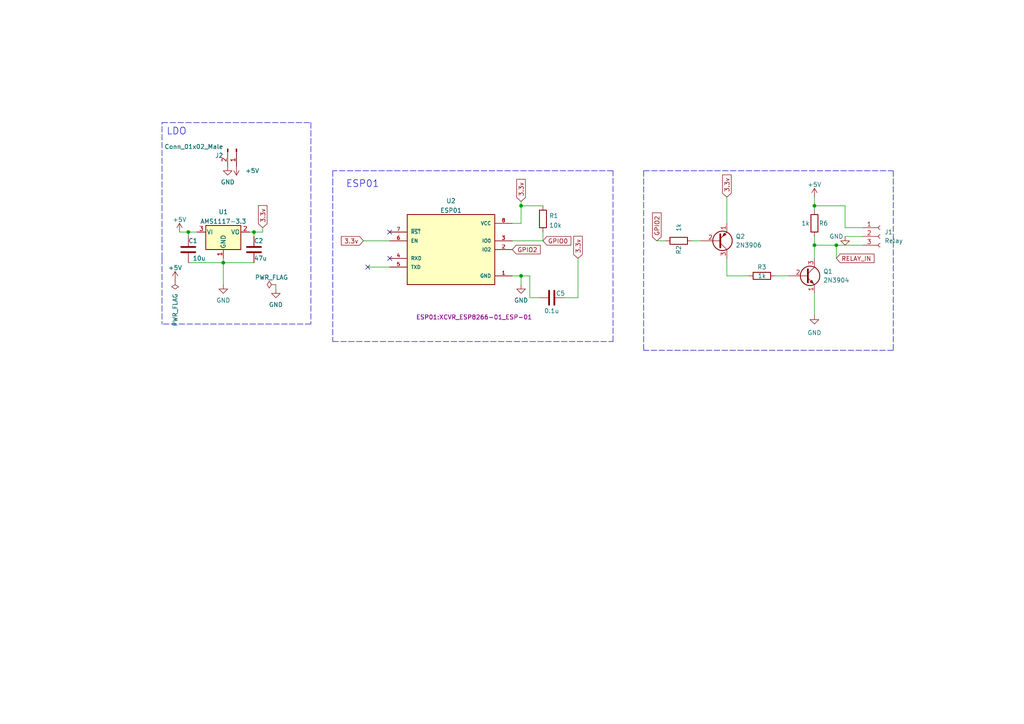
<source format=kicad_sch>
(kicad_sch (version 20211123) (generator eeschema)
  (paper "A4")
  (title_block (title "ESP01 Porch Light") (date "2022-03-12") (rev "0.1") (company "Amitesh Singh"))
  (lib_symbols
    (symbol "Connector:Conn_01x02_Male" (pin_names (offset 1.016) hide)
      (property "Reference" "J" (at 0 2.54 0))
      (property "Value" "Conn_01x02_Male" (at 0 -5.08 0))
      (symbol "Conn_01x02_Male_1_1"
        (polyline (pts (xy 1.27 -2.54) (xy 0.8636 -2.54)) (stroke (width 0.1524)))
        (polyline (pts (xy 1.27 0) (xy 0.8636 0)) (stroke (width 0.1524)))
        (rectangle (start 0.8636 -2.413) (end 0 -2.667) (stroke (width 0.1524)) (fill (type outline)))
        (rectangle (start 0.8636 0.127) (end 0 -0.127) (stroke (width 0.1524)) (fill (type outline)))
        (pin passive line (at 5.08 0 180) (length 3.81) (name "Pin_1") (number "1"))
        (pin passive line (at 5.08 -2.54 180) (length 3.81) (name "Pin_2") (number "2"))
      )
    )
    (symbol "Connector:Conn_01x03_Female" (pin_names (offset 1.016) hide)
      (property "Reference" "J" (at 0 5.08 0))
      (property "Value" "Conn_01x03_Female" (at 0 -5.08 0))
      (symbol "Conn_01x03_Female_1_1"
        (arc (start 0 -2.032) (mid -0.508 -2.54) (end 0 -3.048) (stroke (width 0.1524)))
        (polyline (pts (xy -1.27 -2.54) (xy -0.508 -2.54)) (stroke (width 0.1524)))
        (polyline (pts (xy -1.27 0) (xy -0.508 0)) (stroke (width 0.1524)))
        (polyline (pts (xy -1.27 2.54) (xy -0.508 2.54)) (stroke (width 0.1524)))
        (arc (start 0 0.508) (mid -0.508 0) (end 0 -0.508) (stroke (width 0.1524)))
        (arc (start 0 3.048) (mid -0.508 2.54) (end 0 2.032) (stroke (width 0.1524)))
        (pin passive line (at -5.08 2.54 0) (length 3.81) (name "Pin_1") (number "1"))
        (pin passive line (at -5.08 0 0) (length 3.81) (name "Pin_2") (number "2"))
        (pin passive line (at -5.08 -2.54 0) (length 3.81) (name "Pin_3") (number "3"))
      )
    )
    (symbol "Device:C" (pin_numbers hide) (pin_names (offset 0.254))
      (property "Reference" "C" (at 0.635 2.54 0))
      (property "Value" "C" (at 0.635 -2.54 0))
      (symbol "C_0_1"
        (polyline (pts (xy -2.032 -0.762) (xy 2.032 -0.762)) (stroke (width 0.508)))
        (polyline (pts (xy -2.032 0.762) (xy 2.032 0.762)) (stroke (width 0.508)))
      )
      (symbol "C_1_1"
        (pin passive line (at 0 3.81 270) (length 2.794) (name "~") (number "1"))
        (pin passive line (at 0 -3.81 90) (length 2.794) (name "~") (number "2"))
      )
    )
    (symbol "Device:R" (pin_numbers hide) (pin_names (offset 0))
      (property "Reference" "R" (at 2.032 0 90))
      (property "Value" "R" (at 0 0 90))
      (symbol "R_0_1"
        (rectangle (start -1.016 -2.54) (end 1.016 2.54) (stroke (width 0.254)))
      )
      (symbol "R_1_1"
        (pin passive line (at 0 3.81 270) (length 1.27) (name "~") (number "1"))
        (pin passive line (at 0 -3.81 90) (length 1.27) (name "~") (number "2"))
      )
    )
    (symbol "Regulator_Linear:AMS1117-3.3" (pin_names (offset 0.254))
      (property "Reference" "U" (at -3.81 3.175 0))
      (property "Value" "AMS1117-3.3" (at 0 3.175 0))
      (symbol "AMS1117-3.3_0_1"
        (rectangle (start -5.08 -5.08) (end 5.08 1.905) (stroke (width 0.254)) (fill (type background)))
      )
      (symbol "AMS1117-3.3_1_1"
        (pin power_in line (at 0 -7.62 90) (length 2.54) (name "GND") (number "1"))
        (pin power_out line (at 7.62 0 180) (length 2.54) (name "VO") (number "2"))
        (pin power_in line (at -7.62 0 0) (length 2.54) (name "VI") (number "3"))
      )
    )
    (symbol "Transistor_BJT:2N3904" (pin_names (offset 0) hide)
      (property "Reference" "Q" (at 5.08 1.905 0))
      (property "Value" "2N3904" (at 5.08 0 0))
      (symbol "2N3904_0_1"
        (polyline (pts (xy 0.635 0.635) (xy 2.54 2.54)))
        (polyline (pts (xy 0.635 -0.635) (xy 2.54 -2.54) (xy 2.54 -2.54)))
        (polyline (pts (xy 0.635 1.905) (xy 0.635 -1.905) (xy 0.635 -1.905)) (stroke (width 0.508)))
        (polyline (pts (xy 1.27 -1.778) (xy 1.778 -1.27) (xy 2.286 -2.286) (xy 1.27 -1.778) (xy 1.27 -1.778)) (fill (type outline)))
        (circle (center 1.27 0) (radius 2.8194) (stroke (width 0.254)))
      )
      (symbol "2N3904_1_1"
        (pin passive line (at 2.54 -5.08 90) (length 2.54) (name "E") (number "1"))
        (pin passive line (at -5.08 0 0) (length 5.715) (name "B") (number "2"))
        (pin passive line (at 2.54 5.08 270) (length 2.54) (name "C") (number "3"))
      )
    )
    (symbol "Transistor_BJT:2N3906" (pin_names (offset 0) hide)
      (property "Reference" "Q" (at 5.08 1.905 0))
      (property "Value" "2N3906" (at 5.08 0 0))
      (symbol "2N3906_0_1"
        (polyline (pts (xy 0.635 0.635) (xy 2.54 2.54)))
        (polyline (pts (xy 0.635 -0.635) (xy 2.54 -2.54) (xy 2.54 -2.54)))
        (polyline (pts (xy 0.635 1.905) (xy 0.635 -1.905) (xy 0.635 -1.905)) (stroke (width 0.508)))
        (polyline (pts (xy 2.286 -1.778) (xy 1.778 -2.286) (xy 1.27 -1.27) (xy 2.286 -1.778) (xy 2.286 -1.778)) (fill (type outline)))
        (circle (center 1.27 0) (radius 2.8194) (stroke (width 0.254)))
      )
      (symbol "2N3906_1_1"
        (pin passive line (at 2.54 -5.08 90) (length 2.54) (name "E") (number "1"))
        (pin input line (at -5.08 0 0) (length 5.715) (name "B") (number "2"))
        (pin passive line (at 2.54 5.08 270) (length 2.54) (name "C") (number "3"))
      )
    )
    (symbol "my_esp01:ESP01" (pin_names (offset 1.016))
      (property "Reference" "U" (at -12.7 10.668 0))
      (property "Value" "ESP01" (at -3.81 -12.7 0))
      (symbol "ESP01_0_0"
        (rectangle (start -12.7 -10.16) (end 12.7 10.16) (stroke (width 0.254)) (fill (type background)))
        (pin power_in line (at 17.78 -7.62 180) (length 5.08) (name "GND") (number "1"))
        (pin bidirectional line (at 17.78 0 180) (length 5.08) (name "IO2") (number "2"))
        (pin bidirectional line (at 17.78 2.54 180) (length 5.08) (name "IO0") (number "3"))
        (pin input line (at -17.78 -2.54 0) (length 5.08) (name "RXD") (number "4"))
        (pin output line (at -17.78 -5.08 0) (length 5.08) (name "TXD") (number "5"))
        (pin input line (at -17.78 2.54 0) (length 5.08) (name "EN") (number "6"))
        (pin input line (at -17.78 5.08 0) (length 5.08) (name "~{RST}") (number "7"))
        (pin power_in line (at 17.78 7.62 180) (length 5.08) (name "VCC") (number "8"))
      )
    )
    (symbol "power:+5V" (power) (pin_names (offset 0))
      (property "Value" "+5V" (at 0 3.556 0))
      (symbol "+5V_0_1"
        (polyline (pts (xy -0.762 1.27) (xy 0 2.54)))
        (polyline (pts (xy 0 0) (xy 0 2.54)))
        (polyline (pts (xy 0 2.54) (xy 0.762 1.27)))
      )
      (symbol "+5V_1_1"
        (pin power_in line (at 0 0 90) (length 0) hide (name "+5V") (number "1"))
      )
    )
    (symbol "power:GND" (power) (pin_names (offset 0))
      (property "Value" "GND" (at 0 -3.81 0))
      (symbol "GND_0_1"
        (polyline (pts (xy 0 0) (xy 0 -1.27) (xy 1.27 -1.27) (xy 0 -2.54) (xy -1.27 -1.27) (xy 0 -1.27)))
      )
      (symbol "GND_1_1"
        (pin power_in line (at 0 0 270) (length 0) hide (name "GND") (number "1"))
      )
    )
    (symbol "power:PWR_FLAG" (power) (pin_numbers hide) (pin_names (offset 0) hide)
      (property "Value" "PWR_FLAG" (at 0 3.81 0))
      (symbol "PWR_FLAG_0_0"
        (pin power_out line (at 0 0 90) (length 0) (name "pwr") (number "1"))
      )
      (symbol "PWR_FLAG_0_1"
        (polyline (pts (xy 0 0) (xy 0 1.27) (xy -1.016 1.905) (xy 0 2.54) (xy 1.016 1.905) (xy 0 1.27)))
      )
    )
  )
  (junction (at 151.13 80.01))
  (junction (at 242.57 71.12))
  (junction (at 73.66 67.31))
  (junction (at 64.77 76.2))
  (junction (at 151.13 59.69))
  (junction (at 54.61 67.31))
  (junction (at 236.22 59.69))
  (junction (at 236.22 71.12))
  (no_connect (at 113.03 67.31))
  (no_connect (at 113.03 74.93))
  (no_connect (at 106.68 77.47))
  (wire (pts (xy 73.66 67.31) (xy 73.66 68.58)))
  (wire (pts (xy 153.67 80.01) (xy 153.67 86.36)))
  (polyline (pts (xy 259.08 101.6) (xy 186.69 101.6)))
  (wire (pts (xy 105.41 69.85) (xy 113.03 69.85)))
  (polyline (pts (xy 177.8 49.53) (xy 96.52 49.53)))
  (wire (pts (xy 64.77 76.2) (xy 73.66 76.2)))
  (wire (pts (xy 151.13 58.42) (xy 151.13 59.69)))
  (wire (pts (xy 236.22 85.09) (xy 236.22 91.44)))
  (wire (pts (xy 80.01 82.55) (xy 80.01 83.82)))
  (wire (pts (xy 242.57 71.12) (xy 250.19 71.12)))
  (wire (pts (xy 153.67 86.36) (xy 156.21 86.36)))
  (wire (pts (xy 76.2 66.04) (xy 76.2 67.31)))
  (wire (pts (xy 151.13 80.01) (xy 151.13 82.55)))
  (wire (pts (xy 245.11 59.69) (xy 245.11 66.04)))
  (wire (pts (xy 236.22 71.12) (xy 236.22 74.93)))
  (wire (pts (xy 157.48 69.85) (xy 157.48 67.31)))
  (wire (pts (xy 148.59 64.77) (xy 151.13 64.77)))
  (wire (pts (xy 167.64 74.93) (xy 167.64 86.36)))
  (polyline (pts (xy 90.17 74.93) (xy 90.17 93.98)))
  (wire (pts (xy 64.77 74.93) (xy 64.77 76.2)))
  (wire (pts (xy 210.82 80.01) (xy 217.17 80.01)))
  (polyline (pts (xy 90.17 35.56) (xy 90.17 74.93)))
  (wire (pts (xy 236.22 71.12) (xy 242.57 71.12)))
  (polyline (pts (xy 259.08 49.53) (xy 259.08 101.6)))
  (wire (pts (xy 163.83 86.36) (xy 167.64 86.36)))
  (polyline (pts (xy 90.17 93.98) (xy 46.99 93.98)))
  (polyline (pts (xy 186.69 49.53) (xy 186.69 101.6)))
  (polyline (pts (xy 46.99 35.56) (xy 90.17 35.56)))
  (wire (pts (xy 245.11 68.58) (xy 250.19 68.58)))
  (wire (pts (xy 151.13 59.69) (xy 151.13 64.77)))
  (polyline (pts (xy 177.8 99.06) (xy 177.8 49.53)))
  (wire (pts (xy 151.13 80.01) (xy 153.67 80.01)))
  (wire (pts (xy 236.22 59.69) (xy 236.22 60.96)))
  (wire (pts (xy 54.61 76.2) (xy 64.77 76.2)))
  (polyline (pts (xy 96.52 49.53) (xy 96.52 52.07)))
  (wire (pts (xy 190.5 69.85) (xy 193.04 69.85)))
  (wire (pts (xy 64.77 76.2) (xy 64.77 82.55)))
  (wire (pts (xy 151.13 59.69) (xy 157.48 59.69)))
  (wire (pts (xy 224.79 80.01) (xy 228.6 80.01)))
  (wire (pts (xy 242.57 74.93) (xy 242.57 71.12)))
  (wire (pts (xy 106.68 77.47) (xy 113.03 77.47)))
  (wire (pts (xy 236.22 68.58) (xy 236.22 71.12)))
  (wire (pts (xy 54.61 67.31) (xy 54.61 68.58)))
  (wire (pts (xy 72.39 67.31) (xy 73.66 67.31)))
  (polyline (pts (xy 96.52 99.06) (xy 177.8 99.06)))
  (polyline (pts (xy 186.69 49.53) (xy 259.08 49.53)))
  (wire (pts (xy 54.61 67.31) (xy 57.15 67.31)))
  (polyline (pts (xy 46.99 74.93) (xy 46.99 35.56)))
  (wire (pts (xy 245.11 66.04) (xy 250.19 66.04)))
  (wire (pts (xy 210.82 57.15) (xy 210.82 64.77)))
  (wire (pts (xy 210.82 74.93) (xy 210.82 80.01)))
  (wire (pts (xy 148.59 69.85) (xy 157.48 69.85)))
  (polyline (pts (xy 96.52 52.07) (xy 96.52 99.06)))
  (wire (pts (xy 73.66 67.31) (xy 76.2 67.31)))
  (wire (pts (xy 200.66 69.85) (xy 203.2 69.85)))
  (wire (pts (xy 236.22 59.69) (xy 245.11 59.69)))
  (wire (pts (xy 236.22 57.15) (xy 236.22 59.69)))
  (wire (pts (xy 52.07 67.31) (xy 54.61 67.31)))
  (polyline (pts (xy 46.99 74.93) (xy 46.99 93.98)))
  (wire (pts (xy 148.59 80.01) (xy 151.13 80.01)))
  (text "ESP01\n" (at 100.33 54.61 0) (effects (font (size 2 2)) (justify left bottom)))
  (text "LDO" (at 48.26 39.37 0) (effects (font (size 2 2)) (justify left bottom)))
  (global_label "GPIO2" (shape input) (at 190.5 69.85 90) (property "Intersheet References" "${INTERSHEET_REFS}" (effects hide)))
  (global_label "GPIO2" (shape input) (at 148.59 72.39 0) (property "Intersheet References" "${INTERSHEET_REFS}" (effects hide)))
  (global_label "3.3v" (shape input) (at 151.13 58.42 90) (property "Intersheet References" "${INTERSHEET_REFS}" (effects hide)))
  (global_label "3.3v" (shape input) (at 167.64 74.93 90) (property "Intersheet References" "${INTERSHEET_REFS}" (effects hide)))
  (global_label "GPIO0" (shape input) (at 157.48 69.85 0) (property "Intersheet References" "${INTERSHEET_REFS}" (effects hide)))
  (global_label "3.3v" (shape input) (at 105.41 69.85 180) (property "Intersheet References" "${INTERSHEET_REFS}" (effects hide)))
  (global_label "RELAY_IN" (shape input) (at 242.57 74.93 0) (property "Intersheet References" "${INTERSHEET_REFS}" (effects hide)))
  (global_label "3.3v" (shape input) (at 210.82 57.15 90) (property "Intersheet References" "${INTERSHEET_REFS}" (effects hide)))
  (global_label "3.3v" (shape input) (at 76.2 66.04 90) (property "Intersheet References" "${INTERSHEET_REFS}" (effects hide)))
  (symbol (lib_id "Connector:Conn_01x03_Female") (at 255.27 68.58 0) (unit 1)
    (property "Reference" "J1" (at 256.54 67.3099 0) (effects (justify left)))
    (property "Value" "Relay" (at 256.54 69.8499 0) (effects (justify left)))
    (property "Footprint" "Connector_PinSocket_2.54mm:PinSocket_1x03_P2.54mm_Vertical" (effects hide))
  )
  (symbol (lib_id "Device:C") (at 160.02 86.36 270) (unit 1)
    (property "Reference" "C5" (at 162.56 85.09 90))
    (property "Value" "0.1u" (at 160.02 90.17 90))
    (property "Footprint" "Capacitor_SMD:C_0805_2012Metric_Pad1.18x1.45mm_HandSolder" (effects hide))
  )
  (symbol (lib_id "power:+5V") (at 50.8 81.28 0) (unit 1)
    (property "Reference" "#PWR01" (effects hide))
    (property "Value" "+5V" (at 50.8 77.6755 0))
  )
  (symbol (lib_id "Device:C") (at 54.61 72.39 0) (unit 1)
    (property "Reference" "C1" (at 54.61 69.85 0) (effects (justify left)))
    (property "Value" "10u" (at 55.88 74.93 0) (effects (justify left)))
    (property "Footprint" "Capacitor_SMD:C_0805_2012Metric_Pad1.18x1.45mm_HandSolder" (effects hide))
  )
  (symbol (lib_id "power:+5V") (at 236.22 57.15 0) (unit 1)
    (property "Reference" "#PWR08" (effects hide))
    (property "Value" "+5V" (at 236.22 53.5455 0))
  )
  (symbol (lib_id "power:PWR_FLAG") (at 80.01 82.55 90) (unit 1)
    (property "Reference" "#FLG02" (effects hide))
    (property "Value" "PWR_FLAG" (at 78.74 80.4695 90))
  )
  (symbol (lib_id "power:GND") (at 64.77 82.55 0) (unit 1)
    (property "Reference" "#PWR03" (effects hide))
    (property "Value" "GND" (at 64.77 87.1125 0))
  )
  (symbol (lib_id "power:GND") (at 236.22 91.44 0) (unit 1)
    (property "Reference" "#PWR07" (effects hide))
    (property "Value" "GND" (at 236.22 96.52 0))
  )
  (symbol (lib_id "Device:R") (at 236.22 64.77 180) (unit 1)
    (property "Reference" "R6" (at 237.49 64.77 0) (effects (justify right)))
    (property "Value" "1k" (at 232.41 64.77 0) (effects (justify right)))
    (property "Footprint" "Resistor_SMD:R_0805_2012Metric_Pad1.20x1.40mm_HandSolder" (effects hide))
  )
  (symbol (lib_id "power:GND") (at 245.11 68.58 0) (unit 1)
    (property "Reference" "#PWR0101" (effects hide))
    (property "Value" "GND" (at 242.57 68.58 0))
  )
  (symbol (lib_id "power:GND") (at 151.13 82.55 0) (unit 1)
    (property "Reference" "#PWR06" (effects hide))
    (property "Value" "GND" (at 151.13 87.1125 0))
  )
  (symbol (lib_id "Device:R") (at 157.48 63.5 180) (unit 1)
    (property "Reference" "R1" (at 159.258 62.5915 0) (effects (justify right)))
    (property "Value" "10k" (at 159.258 65.3666 0) (effects (justify right)))
    (property "Footprint" "Resistor_SMD:R_0805_2012Metric_Pad1.20x1.40mm_HandSolder" (effects hide))
  )
  (symbol (lib_id "Device:R") (at 220.98 80.01 90) (unit 1)
    (property "Reference" "R3" (at 220.98 77.47 90))
    (property "Value" "1k" (at 220.98 80.01 90))
    (property "Footprint" "Resistor_SMD:R_0805_2012Metric_Pad1.20x1.40mm_HandSolder" (effects hide))
  )
  (symbol (lib_id "Device:C") (at 73.66 72.39 0) (unit 1)
    (property "Reference" "C2" (at 73.66 69.85 0) (effects (justify left)))
    (property "Value" "47u" (at 73.66 74.93 0) (effects (justify left)))
    (property "Footprint" "Capacitor_SMD:C_0805_2012Metric_Pad1.18x1.45mm_HandSolder" (effects hide))
  )
  (symbol (lib_id "Regulator_Linear:AMS1117-3.3") (at 64.77 67.31 0) (unit 1)
    (property "Reference" "U1" (at 64.77 61.4385 0))
    (property "Value" "AMS1117-3.3" (at 64.77 64.2136 0))
    (property "Footprint" "Package_TO_SOT_SMD:SOT-223-3_TabPin2" (effects hide))
    (property "Datasheet" "http://www.advanced-monolithic.com/pdf/ds1117.pdf" (effects hide))
  )
  (symbol (lib_id "Device:R") (at 196.85 69.85 90) (unit 1)
    (property "Reference" "R2" (at 196.85 71.12 0) (effects (justify right)))
    (property "Value" "1k" (at 196.85 64.77 0) (effects (justify right)))
    (property "Footprint" "Resistor_SMD:R_0805_2012Metric_Pad1.20x1.40mm_HandSolder" (effects hide))
  )
  (symbol (lib_id "Transistor_BJT:2N3906") (at 208.28 69.85 0) (mirror x) (unit 1)
    (property "Reference" "Q2" (at 213.36 68.5799 0) (effects (justify left)))
    (property "Value" "2N3906" (at 213.36 71.1199 0) (effects (justify left)))
    (property "Footprint" "Package_TO_SOT_THT:TO-92_Wide" (effects hide))
    (property "Datasheet" "https://www.onsemi.com/pub/Collateral/2N3906-D.PDF" (effects hide))
  )
  (symbol (lib_id "Connector:Conn_01x02_Male") (at 68.58 43.18 270) (unit 1)
    (property "Reference" "J2" (at 64.77 45.0851 90) (effects (justify right)))
    (property "Value" "Conn_01x02_Male" (at 64.77 42.5451 90) (effects (justify right)))
    (property "Footprint" "Connector_PinSocket_2.54mm:PinSocket_1x02_P2.54mm_Vertical" (effects hide))
  )
  (symbol (lib_id "power:+5V") (at 52.07 67.31 0) (unit 1)
    (property "Reference" "#PWR02" (effects hide))
    (property "Value" "+5V" (at 52.07 63.7055 0))
  )
  (symbol (lib_id "power:+5V") (at 68.58 48.26 180) (unit 1)
    (property "Reference" "#PWR09" (effects hide))
    (property "Value" "+5V" (at 71.12 49.5299 0) (effects (justify right)))
  )
  (symbol (lib_id "power:GND") (at 66.04 48.26 0) (unit 1)
    (property "Reference" "#PWR05" (effects hide))
    (property "Value" "GND" (at 66.04 52.8225 0))
  )
  (symbol (lib_id "power:GND") (at 80.01 83.82 0) (unit 1)
    (property "Reference" "#PWR04" (effects hide))
    (property "Value" "GND" (at 80.01 88.3825 0))
  )
  (symbol (lib_id "my_esp01:ESP01") (at 130.81 72.39 0) (unit 1)
    (property "Reference" "U2" (at 130.81 58.2635 0))
    (property "Value" "ESP01" (at 130.81 61.0386 0))
    (property "Footprint" "ESP01:XCVR_ESP8266-01_ESP-01" (at 120.65 92.71 0) (effects (justify left bottom)))
    (property "PARTREV" "V1.2" (effects hide))
    (property "STANDARD" "Manufacturer recommendations or IPC 7351B" (effects hide))
    (property "MAXIMUM_PACKAGE_HEIGHT" "11.2 mm" (effects hide))
    (property "MANUFACTURER" "ESPRESSIF" (effects hide))
  )
  (symbol (lib_id "power:PWR_FLAG") (at 50.8 81.28 180) (unit 1)
    (property "Reference" "#FLG01" (effects hide))
    (property "Value" "PWR_FLAG" (at 50.8 85.09 90) (effects (justify left)))
  )
  (symbol (lib_id "Transistor_BJT:2N3904") (at 233.68 80.01 0) (unit 1)
    (property "Reference" "Q1" (at 238.76 78.7399 0) (effects (justify left)))
    (property "Value" "2N3904" (at 238.76 81.2799 0) (effects (justify left)))
    (property "Footprint" "Package_TO_SOT_THT:TO-92_Wide" (effects hide))
    (property "Datasheet" "https://www.onsemi.com/pub/Collateral/2N3903-D.PDF" (effects hide))
  )
)
</source>
